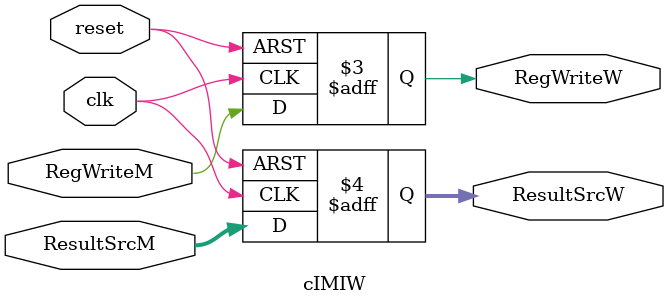
<source format=v>
module cIMIW (input wire clk, reset, 
                input wire RegWriteM, 
                input wire [1:0] ResultSrcM, 
                output reg RegWriteW, 
                output reg [1:0] ResultSrcW);

    always @( posedge clk or negedge reset ) begin
        if (!reset) begin
            RegWriteW <= 0;
            ResultSrcW <= 0;           
        end

        else begin
            RegWriteW <= RegWriteM;
            ResultSrcW <= ResultSrcM; // lol this wasted 1 hour
        end

    end

endmodule
</source>
